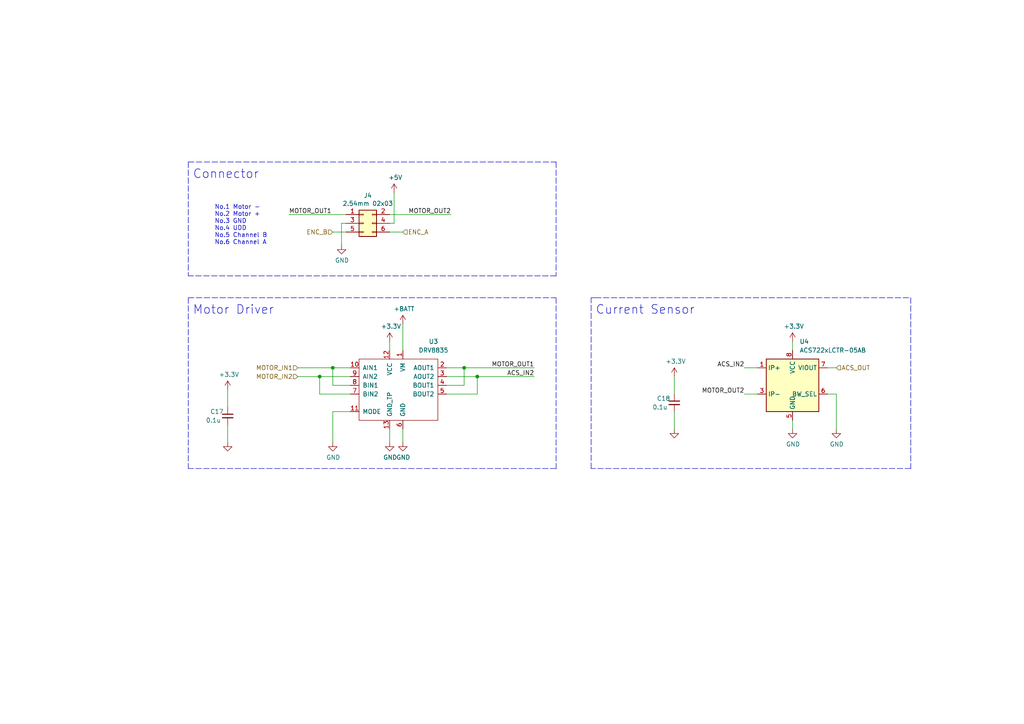
<source format=kicad_sch>
(kicad_sch (version 20231120) (generator "eeschema") (generator_version "8.0")
  (paper "A4")
  (lib_symbols
    (symbol "Connector_Generic:Conn_02x03_Odd_Even" (pin_names (offset 1.016) hide)
      (property "Reference" "J" (at 1.27 5.08 0))
      (property "Value" "Conn_02x03_Odd_Even" (at 1.27 -5.08 0))
      (symbol "Conn_02x03_Odd_Even_1_1"
        (rectangle (start -1.27 -2.413) (end 0 -2.667) (stroke (width 0.1524)))
        (rectangle (start -1.27 0.127) (end 0 -0.127) (stroke (width 0.1524)))
        (rectangle (start -1.27 2.667) (end 0 2.413) (stroke (width 0.1524)))
        (rectangle (start -1.27 3.81) (end 3.81 -3.81) (stroke (width 0.254)) (fill (type background)))
        (rectangle (start 3.81 -2.413) (end 2.54 -2.667) (stroke (width 0.1524)))
        (rectangle (start 3.81 0.127) (end 2.54 -0.127) (stroke (width 0.1524)))
        (rectangle (start 3.81 2.667) (end 2.54 2.413) (stroke (width 0.1524)))
        (pin passive line (at -5.08 2.54 0) (length 3.81) (name "Pin_1") (number "1"))
        (pin passive line (at 7.62 2.54 180) (length 3.81) (name "Pin_2") (number "2"))
        (pin passive line (at -5.08 0 0) (length 3.81) (name "Pin_3") (number "3"))
        (pin passive line (at 7.62 0 180) (length 3.81) (name "Pin_4") (number "4"))
        (pin passive line (at -5.08 -2.54 0) (length 3.81) (name "Pin_5") (number "5"))
        (pin passive line (at 7.62 -2.54 180) (length 3.81) (name "Pin_6") (number "6"))
      )
    )
    (symbol "Device:C_Small" (pin_numbers hide) (pin_names (offset 0.254) hide)
      (property "Reference" "C" (at 0.254 1.778 0))
      (property "Value" "C_Small" (at 0.254 -2.032 0))
      (symbol "C_Small_0_1"
        (polyline (pts (xy -1.524 -0.508) (xy 1.524 -0.508)) (stroke (width 0.3302)))
        (polyline (pts (xy -1.524 0.508) (xy 1.524 0.508)) (stroke (width 0.3048)))
      )
      (symbol "C_Small_1_1"
        (pin passive line (at 0 2.54 270) (length 2.032) (name "~") (number "1"))
        (pin passive line (at 0 -2.54 90) (length 2.032) (name "~") (number "2"))
      )
    )
    (symbol "My_Device:DRV8835" (pin_names (offset 1.016))
      (property "Reference" "IC" (at 0 10.16 0))
      (property "Value" "My_Device_DRV8835" (at 0 12.7 0))
      (symbol "DRV8835_0_1"
        (rectangle (start -6.35 2.54) (end 16.51 -15.24))
      )
      (symbol "DRV8835_1_1"
        (pin input line (at 6.35 5.08 270) (length 2.54) (name "VM") (number "1"))
        (pin input line (at -8.89 0 0) (length 2.54) (name "AIN1") (number "10"))
        (pin input line (at -8.89 -12.7 0) (length 2.54) (name "MODE") (number "11"))
        (pin input line (at 2.54 5.08 270) (length 2.54) (name "VCC") (number "12"))
        (pin input line (at 2.54 -17.78 90) (length 2.54) (name "GND_TP") (number "13"))
        (pin input line (at 19.05 0 180) (length 2.54) (name "AOUT1") (number "2"))
        (pin input line (at 19.05 -2.54 180) (length 2.54) (name "AOUT2") (number "3"))
        (pin input line (at 19.05 -5.08 180) (length 2.54) (name "BOUT1") (number "4"))
        (pin input line (at 19.05 -7.62 180) (length 2.54) (name "BOUT2") (number "5"))
        (pin input line (at 6.35 -17.78 90) (length 2.54) (name "GND") (number "6"))
        (pin input line (at -8.89 -7.62 0) (length 2.54) (name "BIN2") (number "7"))
        (pin input line (at -8.89 -5.08 0) (length 2.54) (name "BIN1") (number "8"))
        (pin input line (at -8.89 -2.54 0) (length 2.54) (name "AIN2") (number "9"))
      )
    )
    (symbol "Sensor_Current:ACS722xLCTR-05AB"
      (property "Reference" "U" (at 2.54 11.43 0))
      (property "Value" "ACS722xLCTR-05AB" (at 2.54 8.89 0))
      (symbol "ACS722xLCTR-05AB_0_1"
        (rectangle (start -7.62 7.62) (end 7.62 -7.62) (stroke (width 0.254)) (fill (type background)))
      )
      (symbol "ACS722xLCTR-05AB_1_1"
        (pin passive line (at -10.16 5.08 0) (length 2.54) (name "IP+") (number "1"))
        (pin passive line (at -10.16 5.08 0) (length 2.54) hide (name "IP+") (number "2"))
        (pin passive line (at -10.16 -2.54 0) (length 2.54) (name "IP-") (number "3"))
        (pin passive line (at -10.16 -2.54 0) (length 2.54) hide (name "IP-") (number "4"))
        (pin power_in line (at 0 -10.16 90) (length 2.54) (name "GND") (number "5"))
        (pin input line (at 10.16 -2.54 180) (length 2.54) (name "BW_SEL") (number "6"))
        (pin output line (at 10.16 5.08 180) (length 2.54) (name "VIOUT") (number "7"))
        (pin power_in line (at 0 10.16 270) (length 2.54) (name "VCC") (number "8"))
      )
    )
    (symbol "power:+3.3V" (power) (pin_names (offset 0))
      (property "Value" "+3.3V" (at 0 3.556 0))
      (symbol "+3.3V_0_1"
        (polyline (pts (xy -0.762 1.27) (xy 0 2.54)))
        (polyline (pts (xy 0 0) (xy 0 2.54)))
        (polyline (pts (xy 0 2.54) (xy 0.762 1.27)))
      )
      (symbol "+3.3V_1_1"
        (pin power_in line (at 0 0 90) (length 0) hide (name "+3.3V") (number "1"))
      )
    )
    (symbol "power:+5V" (power) (pin_names (offset 0))
      (property "Value" "+5V" (at 0 3.556 0))
      (symbol "+5V_0_1"
        (polyline (pts (xy -0.762 1.27) (xy 0 2.54)))
        (polyline (pts (xy 0 0) (xy 0 2.54)))
        (polyline (pts (xy 0 2.54) (xy 0.762 1.27)))
      )
      (symbol "+5V_1_1"
        (pin power_in line (at 0 0 90) (length 0) hide (name "+5V") (number "1"))
      )
    )
    (symbol "power:+BATT" (power) (pin_names (offset 0))
      (property "Value" "+BATT" (at 0 3.556 0))
      (symbol "+BATT_0_1"
        (polyline (pts (xy -0.762 1.27) (xy 0 2.54)))
        (polyline (pts (xy 0 0) (xy 0 2.54)))
        (polyline (pts (xy 0 2.54) (xy 0.762 1.27)))
      )
      (symbol "+BATT_1_1"
        (pin power_in line (at 0 0 90) (length 0) hide (name "+BATT") (number "1"))
      )
    )
    (symbol "power:GND" (power) (pin_names (offset 0))
      (property "Value" "GND" (at 0 -3.81 0))
      (symbol "GND_0_1"
        (polyline (pts (xy 0 0) (xy 0 -1.27) (xy 1.27 -1.27) (xy 0 -2.54) (xy -1.27 -1.27) (xy 0 -1.27)))
      )
      (symbol "GND_1_1"
        (pin power_in line (at 0 0 270) (length 0) hide (name "GND") (number "1"))
      )
    )
  )
  (junction (at 92.71 109.22))
  (junction (at 134.62 106.68))
  (junction (at 138.43 109.22))
  (junction (at 96.52 106.68))
  (wire (pts (xy 116.84 124.46) (xy 116.84 128.27)))
  (wire (pts (xy 96.52 111.76) (xy 96.52 106.68)))
  (polyline (pts (xy 264.16 135.89) (xy 171.45 135.89)) (stroke (width 0) (type dash)))
  (wire (pts (xy 99.06 64.77) (xy 99.06 71.12)))
  (wire (pts (xy 96.52 106.68) (xy 86.36 106.68)))
  (wire (pts (xy 195.58 109.22) (xy 195.58 114.3)))
  (polyline (pts (xy 171.45 86.36) (xy 172.72 86.36)) (stroke (width 0) (type dash)))
  (wire (pts (xy 113.03 124.46) (xy 113.03 128.27)))
  (wire (pts (xy 138.43 114.3) (xy 138.43 109.22)))
  (wire (pts (xy 66.04 123.19) (xy 66.04 128.27)))
  (polyline (pts (xy 161.29 80.01) (xy 54.61 80.01)) (stroke (width 0) (type dash)))
  (wire (pts (xy 130.81 62.23) (xy 113.03 62.23)))
  (polyline (pts (xy 54.61 86.36) (xy 161.29 86.36)) (stroke (width 0) (type dash)))
  (wire (pts (xy 138.43 109.22) (xy 154.94 109.22)))
  (polyline (pts (xy 161.29 135.89) (xy 54.61 135.89)) (stroke (width 0) (type dash)))
  (wire (pts (xy 92.71 109.22) (xy 101.6 109.22)))
  (polyline (pts (xy 161.29 86.36) (xy 161.29 135.89)) (stroke (width 0) (type dash)))
  (wire (pts (xy 66.04 113.03) (xy 66.04 118.11)))
  (wire (pts (xy 229.87 124.46) (xy 229.87 121.92)))
  (wire (pts (xy 101.6 111.76) (xy 96.52 111.76)))
  (wire (pts (xy 129.54 106.68) (xy 134.62 106.68)))
  (wire (pts (xy 100.33 64.77) (xy 99.06 64.77)))
  (wire (pts (xy 100.33 62.23) (xy 83.82 62.23)))
  (wire (pts (xy 113.03 64.77) (xy 114.3 64.77)))
  (wire (pts (xy 129.54 109.22) (xy 138.43 109.22)))
  (polyline (pts (xy 54.61 46.99) (xy 161.29 46.99)) (stroke (width 0) (type dash)))
  (wire (pts (xy 229.87 99.06) (xy 229.87 101.6)))
  (wire (pts (xy 134.62 111.76) (xy 134.62 106.68)))
  (wire (pts (xy 86.36 109.22) (xy 92.71 109.22)))
  (wire (pts (xy 92.71 114.3) (xy 92.71 109.22)))
  (wire (pts (xy 242.57 114.3) (xy 240.03 114.3)))
  (polyline (pts (xy 172.72 86.36) (xy 264.16 86.36)) (stroke (width 0) (type dash)))
  (wire (pts (xy 101.6 106.68) (xy 96.52 106.68)))
  (polyline (pts (xy 54.61 46.99) (xy 54.61 80.01)) (stroke (width 0) (type dash)))
  (polyline (pts (xy 161.29 46.99) (xy 161.29 80.01)) (stroke (width 0) (type dash)))
  (wire (pts (xy 242.57 106.68) (xy 240.03 106.68)))
  (polyline (pts (xy 171.45 135.89) (xy 171.45 86.36)) (stroke (width 0) (type dash)))
  (wire (pts (xy 116.84 67.31) (xy 113.03 67.31)))
  (wire (pts (xy 242.57 124.46) (xy 242.57 114.3)))
  (wire (pts (xy 129.54 114.3) (xy 138.43 114.3)))
  (polyline (pts (xy 54.61 86.36) (xy 54.61 135.89)) (stroke (width 0) (type dash)))
  (wire (pts (xy 101.6 114.3) (xy 92.71 114.3)))
  (wire (pts (xy 101.6 119.38) (xy 96.52 119.38)))
  (wire (pts (xy 129.54 111.76) (xy 134.62 111.76)))
  (wire (pts (xy 96.52 119.38) (xy 96.52 128.27)))
  (wire (pts (xy 215.9 114.3) (xy 219.71 114.3)))
  (wire (pts (xy 114.3 64.77) (xy 114.3 55.88)))
  (wire (pts (xy 134.62 106.68) (xy 154.94 106.68)))
  (wire (pts (xy 113.03 101.6) (xy 113.03 99.06)))
  (wire (pts (xy 100.33 67.31) (xy 96.52 67.31)))
  (wire (pts (xy 116.84 101.6) (xy 116.84 93.98)))
  (wire (pts (xy 215.9 106.68) (xy 219.71 106.68)))
  (polyline (pts (xy 264.16 86.36) (xy 264.16 135.89)) (stroke (width 0) (type dash)))
  (wire (pts (xy 195.58 119.38) (xy 195.58 124.46)))
  (text "Connector" (at 55.88 52.07 0) (effects (font (size 2.54 2.54)) (justify left bottom)))
  (text "No.1 Motor -\nNo.2 Motor +\nNo.3 GND\nNo.4 UDD\nNo.5 Channel B\nNo.6 Channel A" (at 62.23 71.12 0) (effects (font (size 1.27 1.27)) (justify left bottom)))
  (text "Current Sensor" (at 172.72 91.44 0) (effects (font (size 2.54 2.54)) (justify left bottom)))
  (text "Motor Driver" (at 55.88 91.44 0) (effects (font (size 2.54 2.54)) (justify left bottom)))
  (label "ACS_IN2" (at 215.9 106.68 180))
  (label "MOTOR_OUT1" (at 83.82 62.23 0))
  (label "MOTOR_OUT2" (at 130.81 62.23 180))
  (label "MOTOR_OUT1" (at 154.94 106.68 180))
  (label "ACS_IN2" (at 154.94 109.22 180))
  (label "MOTOR_OUT2" (at 215.9 114.3 180))
  (hierarchical_label "ENC_A" (shape input) (at 116.84 67.31 0))
  (hierarchical_label "MOTOR_IN2" (shape input) (at 86.36 109.22 180))
  (hierarchical_label "MOTOR_IN1" (shape input) (at 86.36 106.68 180))
  (hierarchical_label "ACS_OUT" (shape input) (at 242.57 106.68 0))
  (hierarchical_label "ENC_B" (shape input) (at 96.52 67.31 180))
  (symbol (lib_id "power:GND") (at 229.87 124.46 0) (unit 1)
    (property "Reference" "#PWR064" (effects (hide yes)))
    (property "Value" "GND" (at 229.997 128.8542 0))
    (instances (project "" (path "" (reference "#PWR064") (unit 1)) (path "" (reference "#PWR0140") (unit 1))))
  )
  (symbol (lib_id "power:+3.3V") (at 66.04 113.03 0) (unit 1)
    (property "Reference" "#PWR052" (effects (hide yes)))
    (property "Value" "+3.3V" (at 66.421 108.6358 0))
    (instances (project "" (path "" (reference "#PWR052") (unit 1)) (path "" (reference "#PWR0128") (unit 1))))
  )
  (symbol (lib_id "power:+3.3V") (at 229.87 99.06 0) (unit 1)
    (property "Reference" "#PWR063" (effects (hide yes)))
    (property "Value" "+3.3V" (at 230.251 94.6658 0))
    (instances (project "" (path "" (reference "#PWR063") (unit 1)) (path "" (reference "#PWR0139") (unit 1))))
  )
  (symbol (lib_id "power:GND") (at 99.06 71.12 0) (unit 1)
    (property "Reference" "#PWR055" (effects (hide yes)))
    (property "Value" "GND" (at 99.187 75.5142 0))
    (instances (project "" (path "" (reference "#PWR055") (unit 1)) (path "" (reference "#PWR0131") (unit 1))))
  )
  (symbol (lib_id "Device:C_Small") (at 195.58 116.84 0) (unit 1)
    (property "Reference" "C18" (at 190.5 115.57 0) (effects (justify left)))
    (property "Value" "0.1u" (at 189.23 118.11 0) (effects (justify left)))
    (property "Footprint" "Capacitor_SMD:C_0201_0603Metric" (effects (hide yes)))
    (instances (project "" (path "" (reference "C18") (unit 1)) (path "" (reference "C40") (unit 1))))
  )
  (symbol (lib_id "My_Device:DRV8835") (at 110.49 106.68 0) (unit 1)
    (property "Reference" "U3" (at 125.73 99.06 0))
    (property "Value" "DRV8835" (at 125.73 101.6 0))
    (property "Footprint" "mylib:DRV8835DSSR" (effects (hide yes)))
    (property "Datasheet" "https://www.ti.com/lit/ds/symlink/drv8835.pdf?HQS=dis-mous-null-mousermode-dsf-pf-null-wwe&ts=1635369869913&ref_url=https%253A%252F%252Fwww.mouser.jp%252F" (effects (hide yes)))
    (instances (project "" (path "" (reference "U3") (unit 1)) (path "" (reference "U11") (unit 1))))
  )
  (symbol (lib_id "Connector_Generic:Conn_02x03_Odd_Even") (at 105.41 64.77 0) (unit 1)
    (property "Reference" "J4" (at 106.68 56.7182 0))
    (property "Value" "2.54mm 02x03" (at 106.68 59.0296 0))
    (property "Footprint" "Connector_PinHeader_2.54mm:PinHeader_2x03_P2.54mm_Vertical" (effects (hide yes)))
    (instances (project "" (path "" (reference "J4") (unit 1)) (path "" (reference "J7") (unit 1))))
  )
  (symbol (lib_id "power:GND") (at 96.52 128.27 0) (unit 1)
    (property "Reference" "#PWR054" (effects (hide yes)))
    (property "Value" "GND" (at 96.647 132.6642 0))
    (instances (project "" (path "" (reference "#PWR054") (unit 1)) (path "" (reference "#PWR0130") (unit 1))))
  )
  (symbol (lib_id "power:GND") (at 242.57 124.46 0) (unit 1)
    (property "Reference" "#PWR065" (effects (hide yes)))
    (property "Value" "GND" (at 242.697 128.8542 0))
    (instances (project "" (path "" (reference "#PWR065") (unit 1)) (path "" (reference "#PWR0141") (unit 1))))
  )
  (symbol (lib_id "power:GND") (at 66.04 128.27 0) (unit 1)
    (property "Reference" "#PWR053" (effects (hide yes)))
    (property "Value" "GND" (effects (hide yes)))
    (instances (project "" (path "" (reference "#PWR053") (unit 1)) (path "" (reference "#PWR0129") (unit 1))))
  )
  (symbol (lib_id "power:GND") (at 195.58 124.46 0) (unit 1)
    (property "Reference" "#PWR062" (effects (hide yes)))
    (property "Value" "GND" (effects (hide yes)))
    (instances (project "" (path "" (reference "#PWR062") (unit 1)) (path "" (reference "#PWR0138") (unit 1))))
  )
  (symbol (lib_id "power:GND") (at 116.84 128.27 0) (unit 1)
    (property "Reference" "#PWR060" (effects (hide yes)))
    (property "Value" "GND" (at 116.967 132.6642 0))
    (instances (project "" (path "" (reference "#PWR060") (unit 1)) (path "" (reference "#PWR0136") (unit 1))))
  )
  (symbol (lib_id "power:+5V") (at 114.3 55.88 0) (unit 1)
    (property "Reference" "#PWR058" (effects (hide yes)))
    (property "Value" "+5V" (at 114.681 51.4858 0))
    (instances (project "" (path "" (reference "#PWR058") (unit 1)) (path "" (reference "#PWR0134") (unit 1))))
  )
  (symbol (lib_id "Device:C_Small") (at 66.04 120.65 0) (unit 1)
    (property "Reference" "C17" (at 60.96 119.38 0) (effects (justify left)))
    (property "Value" "0.1u" (at 59.69 121.92 0) (effects (justify left)))
    (property "Footprint" "Capacitor_SMD:C_0201_0603Metric" (effects (hide yes)))
    (instances (project "" (path "" (reference "C17") (unit 1)) (path "" (reference "C39") (unit 1))))
  )
  (symbol (lib_id "Sensor_Current:ACS722xLCTR-05AB") (at 229.87 111.76 0) (unit 1)
    (property "Reference" "U4" (at 231.8894 99.06 0) (effects (justify left)))
    (property "Value" "ACS722xLCTR-05AB" (at 231.8894 101.6 0) (effects (justify left)))
    (property "Footprint" "Package_SO:SOIC-8_3.9x4.9mm_P1.27mm" (effects (hide yes)))
    (property "Datasheet" "http://www.allegromicro.com/~/media/Files/Datasheets/ACS722-Datasheet.ashx?la=en" (effects (hide yes)))
    (instances (project "" (path "" (reference "U4") (unit 1)) (path "" (reference "U12") (unit 1))))
  )
  (symbol (lib_id "power:GND") (at 113.03 128.27 0) (unit 1)
    (property "Reference" "#PWR057" (effects (hide yes)))
    (property "Value" "GND" (at 113.157 132.6642 0))
    (instances (project "" (path "" (reference "#PWR057") (unit 1)) (path "" (reference "#PWR0133") (unit 1))))
  )
  (symbol (lib_id "power:+3.3V") (at 195.58 109.22 0) (unit 1)
    (property "Reference" "#PWR061" (effects (hide yes)))
    (property "Value" "+3.3V" (at 195.961 104.8258 0))
    (instances (project "" (path "" (reference "#PWR061") (unit 1)) (path "" (reference "#PWR0137") (unit 1))))
  )
  (symbol (lib_id "power:+BATT") (at 116.84 93.98 0) (unit 1)
    (property "Reference" "#PWR059" (effects (hide yes)))
    (property "Value" "+BATT" (at 117.221 89.5858 0))
    (instances (project "" (path "" (reference "#PWR059") (unit 1)) (path "" (reference "#PWR0135") (unit 1))))
  )
  (symbol (lib_id "power:+3.3V") (at 113.03 99.06 0) (unit 1)
    (property "Reference" "#PWR056" (effects (hide yes)))
    (property "Value" "+3.3V" (at 113.411 94.6658 0))
    (instances (project "" (path "" (reference "#PWR056") (unit 1)) (path "" (reference "#PWR0132") (unit 1))))
  )
)
</source>
